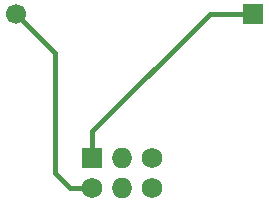
<source format=gtl>
G04 #@! TF.GenerationSoftware,KiCad,Pcbnew,9.0.2*
G04 #@! TF.CreationDate,2025-06-03T20:11:50-05:00*
G04 #@! TF.ProjectId,SAO_Pin,53414f5f-5069-46e2-9e6b-696361645f70,1*
G04 #@! TF.SameCoordinates,Original*
G04 #@! TF.FileFunction,Copper,L1,Top*
G04 #@! TF.FilePolarity,Positive*
%FSLAX46Y46*%
G04 Gerber Fmt 4.6, Leading zero omitted, Abs format (unit mm)*
G04 Created by KiCad (PCBNEW 9.0.2) date 2025-06-03 20:11:50*
%MOMM*%
%LPD*%
G01*
G04 APERTURE LIST*
G04 #@! TA.AperFunction,ComponentPad*
%ADD10C,1.700000*%
G04 #@! TD*
G04 #@! TA.AperFunction,ComponentPad*
%ADD11R,1.700000X1.700000*%
G04 #@! TD*
G04 #@! TA.AperFunction,ComponentPad*
%ADD12R,1.727200X1.727200*%
G04 #@! TD*
G04 #@! TA.AperFunction,ComponentPad*
%ADD13C,1.727200*%
G04 #@! TD*
G04 #@! TA.AperFunction,ComponentPad*
%ADD14O,1.727200X1.727200*%
G04 #@! TD*
G04 #@! TA.AperFunction,Conductor*
%ADD15C,0.400000*%
G04 #@! TD*
G04 APERTURE END LIST*
D10*
X130545000Y-92800000D03*
D11*
X150545000Y-92800000D03*
D12*
X136980000Y-104965000D03*
D13*
X136980000Y-107505000D03*
D14*
X139520000Y-104965000D03*
X139520000Y-107505000D03*
D13*
X142060000Y-104965000D03*
X142060000Y-107505000D03*
D15*
X146900000Y-92800000D02*
X150545000Y-92800000D01*
X136980000Y-102720000D02*
X146900000Y-92800000D01*
X136980000Y-104965000D02*
X136980000Y-102720000D01*
X135055000Y-107505000D02*
X133800000Y-106250000D01*
X133800000Y-106250000D02*
X133800000Y-96055000D01*
X133800000Y-96055000D02*
X130545000Y-92800000D01*
X136980000Y-107505000D02*
X135055000Y-107505000D01*
M02*

</source>
